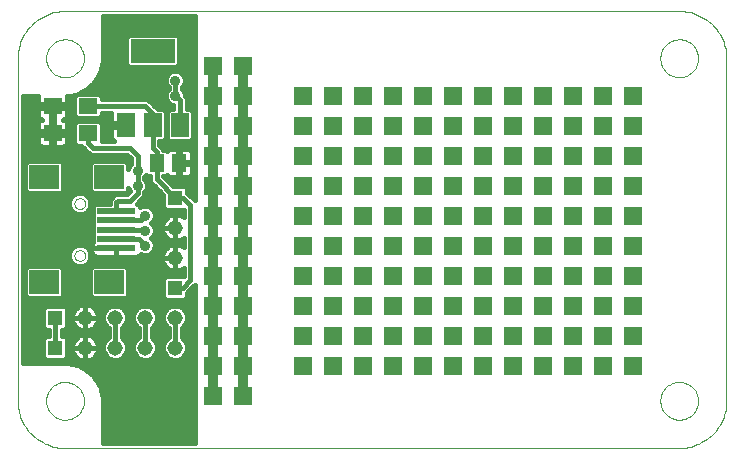
<source format=gtl>
G75*
G70*
%OFA0B0*%
%FSLAX24Y24*%
%IPPOS*%
%LPD*%
%AMOC8*
5,1,8,0,0,1.08239X$1,22.5*
%
%ADD10C,0.0000*%
%ADD11R,0.0984X0.0787*%
%ADD12R,0.1299X0.0197*%
%ADD13R,0.0591X0.0787*%
%ADD14R,0.1496X0.0787*%
%ADD15R,0.0630X0.0551*%
%ADD16R,0.0512X0.0591*%
%ADD17R,0.0515X0.0515*%
%ADD18C,0.0515*%
%ADD19R,0.0591X0.0591*%
%ADD20C,0.0320*%
%ADD21C,0.0160*%
%ADD22C,0.0356*%
D10*
X005969Y003417D02*
X026442Y003417D01*
X026442Y003416D02*
X026519Y003418D01*
X026596Y003424D01*
X026673Y003433D01*
X026749Y003446D01*
X026825Y003463D01*
X026899Y003484D01*
X026973Y003508D01*
X027045Y003536D01*
X027115Y003567D01*
X027184Y003602D01*
X027252Y003640D01*
X027317Y003681D01*
X027380Y003726D01*
X027441Y003774D01*
X027500Y003824D01*
X027556Y003877D01*
X027609Y003933D01*
X027659Y003992D01*
X027707Y004053D01*
X027752Y004116D01*
X027793Y004181D01*
X027831Y004249D01*
X027866Y004318D01*
X027897Y004388D01*
X027925Y004460D01*
X027949Y004534D01*
X027970Y004608D01*
X027987Y004684D01*
X028000Y004760D01*
X028009Y004837D01*
X028015Y004914D01*
X028017Y004991D01*
X028016Y004991D02*
X028016Y016409D01*
X028017Y016409D02*
X028015Y016486D01*
X028009Y016563D01*
X028000Y016640D01*
X027987Y016716D01*
X027970Y016792D01*
X027949Y016866D01*
X027925Y016940D01*
X027897Y017012D01*
X027866Y017082D01*
X027831Y017151D01*
X027793Y017219D01*
X027752Y017284D01*
X027707Y017347D01*
X027659Y017408D01*
X027609Y017467D01*
X027556Y017523D01*
X027500Y017576D01*
X027441Y017626D01*
X027380Y017674D01*
X027317Y017719D01*
X027252Y017760D01*
X027184Y017798D01*
X027115Y017833D01*
X027045Y017864D01*
X026973Y017892D01*
X026899Y017916D01*
X026825Y017937D01*
X026749Y017954D01*
X026673Y017967D01*
X026596Y017976D01*
X026519Y017982D01*
X026442Y017984D01*
X005969Y017984D01*
X005892Y017982D01*
X005815Y017976D01*
X005738Y017967D01*
X005662Y017954D01*
X005586Y017937D01*
X005512Y017916D01*
X005438Y017892D01*
X005366Y017864D01*
X005296Y017833D01*
X005227Y017798D01*
X005159Y017760D01*
X005094Y017719D01*
X005031Y017674D01*
X004970Y017626D01*
X004911Y017576D01*
X004855Y017523D01*
X004802Y017467D01*
X004752Y017408D01*
X004704Y017347D01*
X004659Y017284D01*
X004618Y017219D01*
X004580Y017151D01*
X004545Y017082D01*
X004514Y017012D01*
X004486Y016940D01*
X004462Y016866D01*
X004441Y016792D01*
X004424Y016716D01*
X004411Y016640D01*
X004402Y016563D01*
X004396Y016486D01*
X004394Y016409D01*
X004394Y004991D01*
X004396Y004914D01*
X004402Y004837D01*
X004411Y004760D01*
X004424Y004684D01*
X004441Y004608D01*
X004462Y004534D01*
X004486Y004460D01*
X004514Y004388D01*
X004545Y004318D01*
X004580Y004249D01*
X004618Y004181D01*
X004659Y004116D01*
X004704Y004053D01*
X004752Y003992D01*
X004802Y003933D01*
X004855Y003877D01*
X004911Y003824D01*
X004970Y003774D01*
X005031Y003726D01*
X005094Y003681D01*
X005159Y003640D01*
X005227Y003602D01*
X005296Y003567D01*
X005366Y003536D01*
X005438Y003508D01*
X005512Y003484D01*
X005586Y003463D01*
X005662Y003446D01*
X005738Y003433D01*
X005815Y003424D01*
X005892Y003418D01*
X005969Y003416D01*
X005892Y003418D01*
X005815Y003424D01*
X005738Y003433D01*
X005662Y003446D01*
X005586Y003463D01*
X005512Y003484D01*
X005438Y003508D01*
X005366Y003536D01*
X005296Y003567D01*
X005227Y003602D01*
X005159Y003640D01*
X005094Y003681D01*
X005031Y003726D01*
X004970Y003774D01*
X004911Y003824D01*
X004855Y003877D01*
X004802Y003933D01*
X004752Y003992D01*
X004704Y004053D01*
X004659Y004116D01*
X004618Y004181D01*
X004580Y004249D01*
X004545Y004318D01*
X004514Y004388D01*
X004486Y004460D01*
X004462Y004534D01*
X004441Y004608D01*
X004424Y004684D01*
X004411Y004760D01*
X004402Y004837D01*
X004396Y004914D01*
X004394Y004991D01*
X005339Y004991D02*
X005341Y005041D01*
X005347Y005091D01*
X005357Y005140D01*
X005371Y005188D01*
X005388Y005235D01*
X005409Y005280D01*
X005434Y005324D01*
X005462Y005365D01*
X005494Y005404D01*
X005528Y005441D01*
X005565Y005475D01*
X005605Y005505D01*
X005647Y005532D01*
X005691Y005556D01*
X005737Y005577D01*
X005784Y005593D01*
X005832Y005606D01*
X005882Y005615D01*
X005931Y005620D01*
X005982Y005621D01*
X006032Y005618D01*
X006081Y005611D01*
X006130Y005600D01*
X006178Y005585D01*
X006224Y005567D01*
X006269Y005545D01*
X006312Y005519D01*
X006353Y005490D01*
X006392Y005458D01*
X006428Y005423D01*
X006460Y005385D01*
X006490Y005345D01*
X006517Y005302D01*
X006540Y005258D01*
X006559Y005212D01*
X006575Y005164D01*
X006587Y005115D01*
X006595Y005066D01*
X006599Y005016D01*
X006599Y004966D01*
X006595Y004916D01*
X006587Y004867D01*
X006575Y004818D01*
X006559Y004770D01*
X006540Y004724D01*
X006517Y004680D01*
X006490Y004637D01*
X006460Y004597D01*
X006428Y004559D01*
X006392Y004524D01*
X006353Y004492D01*
X006312Y004463D01*
X006269Y004437D01*
X006224Y004415D01*
X006178Y004397D01*
X006130Y004382D01*
X006081Y004371D01*
X006032Y004364D01*
X005982Y004361D01*
X005931Y004362D01*
X005882Y004367D01*
X005832Y004376D01*
X005784Y004389D01*
X005737Y004405D01*
X005691Y004426D01*
X005647Y004450D01*
X005605Y004477D01*
X005565Y004507D01*
X005528Y004541D01*
X005494Y004578D01*
X005462Y004617D01*
X005434Y004658D01*
X005409Y004702D01*
X005388Y004747D01*
X005371Y004794D01*
X005357Y004842D01*
X005347Y004891D01*
X005341Y004941D01*
X005339Y004991D01*
X006284Y009834D02*
X006286Y009860D01*
X006292Y009886D01*
X006302Y009911D01*
X006315Y009934D01*
X006331Y009954D01*
X006351Y009972D01*
X006373Y009987D01*
X006396Y009999D01*
X006422Y010007D01*
X006448Y010011D01*
X006474Y010011D01*
X006500Y010007D01*
X006526Y009999D01*
X006550Y009987D01*
X006571Y009972D01*
X006591Y009954D01*
X006607Y009934D01*
X006620Y009911D01*
X006630Y009886D01*
X006636Y009860D01*
X006638Y009834D01*
X006636Y009808D01*
X006630Y009782D01*
X006620Y009757D01*
X006607Y009734D01*
X006591Y009714D01*
X006571Y009696D01*
X006549Y009681D01*
X006526Y009669D01*
X006500Y009661D01*
X006474Y009657D01*
X006448Y009657D01*
X006422Y009661D01*
X006396Y009669D01*
X006372Y009681D01*
X006351Y009696D01*
X006331Y009714D01*
X006315Y009734D01*
X006302Y009757D01*
X006292Y009782D01*
X006286Y009808D01*
X006284Y009834D01*
X006284Y011566D02*
X006286Y011592D01*
X006292Y011618D01*
X006302Y011643D01*
X006315Y011666D01*
X006331Y011686D01*
X006351Y011704D01*
X006373Y011719D01*
X006396Y011731D01*
X006422Y011739D01*
X006448Y011743D01*
X006474Y011743D01*
X006500Y011739D01*
X006526Y011731D01*
X006550Y011719D01*
X006571Y011704D01*
X006591Y011686D01*
X006607Y011666D01*
X006620Y011643D01*
X006630Y011618D01*
X006636Y011592D01*
X006638Y011566D01*
X006636Y011540D01*
X006630Y011514D01*
X006620Y011489D01*
X006607Y011466D01*
X006591Y011446D01*
X006571Y011428D01*
X006549Y011413D01*
X006526Y011401D01*
X006500Y011393D01*
X006474Y011389D01*
X006448Y011389D01*
X006422Y011393D01*
X006396Y011401D01*
X006372Y011413D01*
X006351Y011428D01*
X006331Y011446D01*
X006315Y011466D01*
X006302Y011489D01*
X006292Y011514D01*
X006286Y011540D01*
X006284Y011566D01*
X004394Y016409D02*
X004396Y016486D01*
X004402Y016563D01*
X004411Y016640D01*
X004424Y016716D01*
X004441Y016792D01*
X004462Y016866D01*
X004486Y016940D01*
X004514Y017012D01*
X004545Y017082D01*
X004580Y017151D01*
X004618Y017219D01*
X004659Y017284D01*
X004704Y017347D01*
X004752Y017408D01*
X004802Y017467D01*
X004855Y017523D01*
X004911Y017576D01*
X004970Y017626D01*
X005031Y017674D01*
X005094Y017719D01*
X005159Y017760D01*
X005227Y017798D01*
X005296Y017833D01*
X005366Y017864D01*
X005438Y017892D01*
X005512Y017916D01*
X005586Y017937D01*
X005662Y017954D01*
X005738Y017967D01*
X005815Y017976D01*
X005892Y017982D01*
X005969Y017984D01*
X005339Y016409D02*
X005341Y016459D01*
X005347Y016509D01*
X005357Y016558D01*
X005371Y016606D01*
X005388Y016653D01*
X005409Y016698D01*
X005434Y016742D01*
X005462Y016783D01*
X005494Y016822D01*
X005528Y016859D01*
X005565Y016893D01*
X005605Y016923D01*
X005647Y016950D01*
X005691Y016974D01*
X005737Y016995D01*
X005784Y017011D01*
X005832Y017024D01*
X005882Y017033D01*
X005931Y017038D01*
X005982Y017039D01*
X006032Y017036D01*
X006081Y017029D01*
X006130Y017018D01*
X006178Y017003D01*
X006224Y016985D01*
X006269Y016963D01*
X006312Y016937D01*
X006353Y016908D01*
X006392Y016876D01*
X006428Y016841D01*
X006460Y016803D01*
X006490Y016763D01*
X006517Y016720D01*
X006540Y016676D01*
X006559Y016630D01*
X006575Y016582D01*
X006587Y016533D01*
X006595Y016484D01*
X006599Y016434D01*
X006599Y016384D01*
X006595Y016334D01*
X006587Y016285D01*
X006575Y016236D01*
X006559Y016188D01*
X006540Y016142D01*
X006517Y016098D01*
X006490Y016055D01*
X006460Y016015D01*
X006428Y015977D01*
X006392Y015942D01*
X006353Y015910D01*
X006312Y015881D01*
X006269Y015855D01*
X006224Y015833D01*
X006178Y015815D01*
X006130Y015800D01*
X006081Y015789D01*
X006032Y015782D01*
X005982Y015779D01*
X005931Y015780D01*
X005882Y015785D01*
X005832Y015794D01*
X005784Y015807D01*
X005737Y015823D01*
X005691Y015844D01*
X005647Y015868D01*
X005605Y015895D01*
X005565Y015925D01*
X005528Y015959D01*
X005494Y015996D01*
X005462Y016035D01*
X005434Y016076D01*
X005409Y016120D01*
X005388Y016165D01*
X005371Y016212D01*
X005357Y016260D01*
X005347Y016309D01*
X005341Y016359D01*
X005339Y016409D01*
X026442Y017984D02*
X026519Y017982D01*
X026596Y017976D01*
X026673Y017967D01*
X026749Y017954D01*
X026825Y017937D01*
X026899Y017916D01*
X026973Y017892D01*
X027045Y017864D01*
X027115Y017833D01*
X027184Y017798D01*
X027252Y017760D01*
X027317Y017719D01*
X027380Y017674D01*
X027441Y017626D01*
X027500Y017576D01*
X027556Y017523D01*
X027609Y017467D01*
X027659Y017408D01*
X027707Y017347D01*
X027752Y017284D01*
X027793Y017219D01*
X027831Y017151D01*
X027866Y017082D01*
X027897Y017012D01*
X027925Y016940D01*
X027949Y016866D01*
X027970Y016792D01*
X027987Y016716D01*
X028000Y016640D01*
X028009Y016563D01*
X028015Y016486D01*
X028017Y016409D01*
X025812Y016409D02*
X025814Y016459D01*
X025820Y016509D01*
X025830Y016558D01*
X025844Y016606D01*
X025861Y016653D01*
X025882Y016698D01*
X025907Y016742D01*
X025935Y016783D01*
X025967Y016822D01*
X026001Y016859D01*
X026038Y016893D01*
X026078Y016923D01*
X026120Y016950D01*
X026164Y016974D01*
X026210Y016995D01*
X026257Y017011D01*
X026305Y017024D01*
X026355Y017033D01*
X026404Y017038D01*
X026455Y017039D01*
X026505Y017036D01*
X026554Y017029D01*
X026603Y017018D01*
X026651Y017003D01*
X026697Y016985D01*
X026742Y016963D01*
X026785Y016937D01*
X026826Y016908D01*
X026865Y016876D01*
X026901Y016841D01*
X026933Y016803D01*
X026963Y016763D01*
X026990Y016720D01*
X027013Y016676D01*
X027032Y016630D01*
X027048Y016582D01*
X027060Y016533D01*
X027068Y016484D01*
X027072Y016434D01*
X027072Y016384D01*
X027068Y016334D01*
X027060Y016285D01*
X027048Y016236D01*
X027032Y016188D01*
X027013Y016142D01*
X026990Y016098D01*
X026963Y016055D01*
X026933Y016015D01*
X026901Y015977D01*
X026865Y015942D01*
X026826Y015910D01*
X026785Y015881D01*
X026742Y015855D01*
X026697Y015833D01*
X026651Y015815D01*
X026603Y015800D01*
X026554Y015789D01*
X026505Y015782D01*
X026455Y015779D01*
X026404Y015780D01*
X026355Y015785D01*
X026305Y015794D01*
X026257Y015807D01*
X026210Y015823D01*
X026164Y015844D01*
X026120Y015868D01*
X026078Y015895D01*
X026038Y015925D01*
X026001Y015959D01*
X025967Y015996D01*
X025935Y016035D01*
X025907Y016076D01*
X025882Y016120D01*
X025861Y016165D01*
X025844Y016212D01*
X025830Y016260D01*
X025820Y016309D01*
X025814Y016359D01*
X025812Y016409D01*
X028017Y004991D02*
X028015Y004914D01*
X028009Y004837D01*
X028000Y004760D01*
X027987Y004684D01*
X027970Y004608D01*
X027949Y004534D01*
X027925Y004460D01*
X027897Y004388D01*
X027866Y004318D01*
X027831Y004249D01*
X027793Y004181D01*
X027752Y004116D01*
X027707Y004053D01*
X027659Y003992D01*
X027609Y003933D01*
X027556Y003877D01*
X027500Y003824D01*
X027441Y003774D01*
X027380Y003726D01*
X027317Y003681D01*
X027252Y003640D01*
X027184Y003602D01*
X027115Y003567D01*
X027045Y003536D01*
X026973Y003508D01*
X026899Y003484D01*
X026825Y003463D01*
X026749Y003446D01*
X026673Y003433D01*
X026596Y003424D01*
X026519Y003418D01*
X026442Y003416D01*
X025812Y004991D02*
X025814Y005041D01*
X025820Y005091D01*
X025830Y005140D01*
X025844Y005188D01*
X025861Y005235D01*
X025882Y005280D01*
X025907Y005324D01*
X025935Y005365D01*
X025967Y005404D01*
X026001Y005441D01*
X026038Y005475D01*
X026078Y005505D01*
X026120Y005532D01*
X026164Y005556D01*
X026210Y005577D01*
X026257Y005593D01*
X026305Y005606D01*
X026355Y005615D01*
X026404Y005620D01*
X026455Y005621D01*
X026505Y005618D01*
X026554Y005611D01*
X026603Y005600D01*
X026651Y005585D01*
X026697Y005567D01*
X026742Y005545D01*
X026785Y005519D01*
X026826Y005490D01*
X026865Y005458D01*
X026901Y005423D01*
X026933Y005385D01*
X026963Y005345D01*
X026990Y005302D01*
X027013Y005258D01*
X027032Y005212D01*
X027048Y005164D01*
X027060Y005115D01*
X027068Y005066D01*
X027072Y005016D01*
X027072Y004966D01*
X027068Y004916D01*
X027060Y004867D01*
X027048Y004818D01*
X027032Y004770D01*
X027013Y004724D01*
X026990Y004680D01*
X026963Y004637D01*
X026933Y004597D01*
X026901Y004559D01*
X026865Y004524D01*
X026826Y004492D01*
X026785Y004463D01*
X026742Y004437D01*
X026697Y004415D01*
X026651Y004397D01*
X026603Y004382D01*
X026554Y004371D01*
X026505Y004364D01*
X026455Y004361D01*
X026404Y004362D01*
X026355Y004367D01*
X026305Y004376D01*
X026257Y004389D01*
X026210Y004405D01*
X026164Y004426D01*
X026120Y004450D01*
X026078Y004477D01*
X026038Y004507D01*
X026001Y004541D01*
X025967Y004578D01*
X025935Y004617D01*
X025907Y004658D01*
X025882Y004702D01*
X025861Y004747D01*
X025844Y004794D01*
X025830Y004842D01*
X025820Y004891D01*
X025814Y004941D01*
X025812Y004991D01*
D11*
X007446Y008948D03*
X005280Y008948D03*
X005280Y012452D03*
X007446Y012452D03*
D12*
X007682Y011330D03*
X007682Y011015D03*
X007682Y010700D03*
X007682Y010385D03*
X007682Y010070D03*
D13*
X007989Y014177D03*
X008894Y014177D03*
X009800Y014177D03*
D14*
X008894Y016657D03*
D15*
X006735Y014818D03*
X005554Y014818D03*
X005554Y013917D03*
X006735Y013917D03*
D16*
X009020Y012917D03*
X009768Y012917D03*
D17*
X009644Y011765D03*
X009644Y008765D03*
X005644Y007765D03*
X005644Y006765D03*
D18*
X006644Y006765D03*
X007644Y006765D03*
X008644Y006765D03*
X009644Y006765D03*
X009644Y007765D03*
X008644Y007765D03*
X007644Y007765D03*
X006644Y007765D03*
X009644Y009765D03*
X009644Y010765D03*
D19*
X010894Y011167D03*
X011894Y011167D03*
X011894Y012167D03*
X010894Y012167D03*
X010894Y013167D03*
X011894Y013167D03*
X011894Y014167D03*
X010894Y014167D03*
X010894Y015167D03*
X011894Y015167D03*
X011894Y016167D03*
X010894Y016167D03*
X013894Y015167D03*
X014894Y015167D03*
X015894Y015167D03*
X016894Y015167D03*
X017894Y015167D03*
X018894Y015167D03*
X019894Y015167D03*
X020894Y015167D03*
X021894Y015167D03*
X022894Y015167D03*
X023894Y015167D03*
X024894Y015167D03*
X024894Y014167D03*
X023894Y014167D03*
X022894Y014167D03*
X021894Y014167D03*
X020894Y014167D03*
X019894Y014167D03*
X018894Y014167D03*
X017894Y014167D03*
X016894Y014167D03*
X015894Y014167D03*
X014894Y014167D03*
X013894Y014167D03*
X013894Y013167D03*
X014894Y013167D03*
X015894Y013167D03*
X016894Y013167D03*
X017894Y013167D03*
X018894Y013167D03*
X019894Y013167D03*
X020894Y013167D03*
X021894Y013167D03*
X022894Y013167D03*
X023894Y013167D03*
X024894Y013167D03*
X024894Y012167D03*
X023894Y012167D03*
X022894Y012167D03*
X021894Y012167D03*
X020894Y012167D03*
X019894Y012167D03*
X018894Y012167D03*
X017894Y012167D03*
X016894Y012167D03*
X015894Y012167D03*
X014894Y012167D03*
X013894Y012167D03*
X013894Y011167D03*
X014894Y011167D03*
X015894Y011167D03*
X016894Y011167D03*
X017894Y011167D03*
X018894Y011167D03*
X019894Y011167D03*
X020894Y011167D03*
X021894Y011167D03*
X022894Y011167D03*
X023894Y011167D03*
X024894Y011167D03*
X024894Y010167D03*
X023894Y010167D03*
X022894Y010167D03*
X021894Y010167D03*
X020894Y010167D03*
X019894Y010167D03*
X018894Y010167D03*
X017894Y010167D03*
X016894Y010167D03*
X015894Y010167D03*
X014894Y010167D03*
X013894Y010167D03*
X013894Y009167D03*
X014894Y009167D03*
X015894Y009167D03*
X016894Y009167D03*
X017894Y009167D03*
X018894Y009167D03*
X019894Y009167D03*
X020894Y009167D03*
X021894Y009167D03*
X022894Y009167D03*
X023894Y009167D03*
X024894Y009167D03*
X024894Y008167D03*
X023894Y008167D03*
X022894Y008167D03*
X021894Y008167D03*
X020894Y008167D03*
X019894Y008167D03*
X018894Y008167D03*
X017894Y008167D03*
X016894Y008167D03*
X015894Y008167D03*
X014894Y008167D03*
X013894Y008167D03*
X013894Y007167D03*
X014894Y007167D03*
X015894Y007167D03*
X016894Y007167D03*
X017894Y007167D03*
X018894Y007167D03*
X019894Y007167D03*
X020894Y007167D03*
X021894Y007167D03*
X022894Y007167D03*
X023894Y007167D03*
X024894Y007167D03*
X024894Y006167D03*
X023894Y006167D03*
X022894Y006167D03*
X021894Y006167D03*
X020894Y006167D03*
X019894Y006167D03*
X018894Y006167D03*
X017894Y006167D03*
X016894Y006167D03*
X015894Y006167D03*
X014894Y006167D03*
X013894Y006167D03*
X011894Y006167D03*
X010894Y006167D03*
X010894Y007167D03*
X011894Y007167D03*
X011894Y008167D03*
X010894Y008167D03*
X010894Y009167D03*
X011894Y009167D03*
X011894Y010167D03*
X010894Y010167D03*
X010894Y005167D03*
X011894Y005167D03*
D20*
X011894Y016167D01*
X010894Y016167D02*
X010894Y005167D01*
D21*
X010300Y005161D02*
X007220Y005161D01*
X007218Y005171D02*
X007216Y005198D01*
X007211Y005203D01*
X007186Y005315D01*
X007189Y005321D01*
X007179Y005347D01*
X007174Y005374D01*
X007168Y005377D01*
X007128Y005485D01*
X007130Y005491D01*
X007116Y005515D01*
X007107Y005541D01*
X007101Y005544D01*
X007046Y005645D01*
X007047Y005651D01*
X007030Y005673D01*
X007017Y005697D01*
X007011Y005699D01*
X006942Y005792D01*
X006942Y005798D01*
X006922Y005817D01*
X006906Y005839D01*
X006899Y005840D01*
X006818Y005922D01*
X006817Y005928D01*
X006795Y005945D01*
X006776Y005964D01*
X006769Y005964D01*
X006677Y006033D01*
X006675Y006039D01*
X006651Y006053D01*
X006629Y006069D01*
X006623Y006068D01*
X006521Y006123D01*
X006519Y006129D01*
X006493Y006139D01*
X006469Y006152D01*
X006463Y006150D01*
X006355Y006190D01*
X006351Y006196D01*
X006324Y006202D01*
X006299Y006211D01*
X006293Y006209D01*
X006180Y006233D01*
X006176Y006238D01*
X006149Y006240D01*
X006122Y006246D01*
X006116Y006242D01*
X006005Y006250D01*
X006002Y006253D01*
X005972Y006253D01*
X005942Y006255D01*
X005939Y006253D01*
X004574Y006253D01*
X004574Y015148D01*
X005067Y015148D01*
X005059Y015118D01*
X005059Y014876D01*
X005496Y014876D01*
X005496Y014760D01*
X005612Y014760D01*
X005612Y014876D01*
X006049Y014876D01*
X006049Y015118D01*
X006039Y015153D01*
X006116Y015158D01*
X006122Y015155D01*
X006148Y015160D01*
X006176Y015162D01*
X006180Y015167D01*
X006293Y015192D01*
X006299Y015189D01*
X006324Y015199D01*
X006327Y015199D01*
X006280Y015152D01*
X006280Y014485D01*
X006362Y014403D01*
X007108Y014403D01*
X007190Y014485D01*
X007190Y014598D01*
X007515Y014598D01*
X007514Y014594D01*
X007514Y014244D01*
X007921Y014244D01*
X007921Y014109D01*
X007514Y014109D01*
X007514Y013759D01*
X007526Y013713D01*
X007549Y013672D01*
X007583Y013639D01*
X007587Y013637D01*
X007190Y013637D01*
X007190Y014250D01*
X007108Y014332D01*
X006362Y014332D01*
X006280Y014250D01*
X006280Y013583D01*
X006362Y013501D01*
X006515Y013501D01*
X006515Y013485D01*
X006674Y013326D01*
X006803Y013197D01*
X008053Y013197D01*
X008174Y013076D01*
X008174Y012896D01*
X008125Y012847D01*
X008078Y012733D01*
X008078Y012904D01*
X007996Y012986D01*
X006895Y012986D01*
X006813Y012904D01*
X006813Y012000D01*
X006895Y011918D01*
X007996Y011918D01*
X008078Y012000D01*
X008078Y012100D01*
X008125Y011986D01*
X008139Y011972D01*
X008053Y011887D01*
X007834Y011887D01*
X007652Y011887D01*
X007462Y011697D01*
X007462Y011568D01*
X006974Y011568D01*
X006892Y011486D01*
X006892Y011174D01*
X006893Y011173D01*
X006892Y011172D01*
X006892Y010859D01*
X006893Y010858D01*
X006892Y010857D01*
X006892Y010544D01*
X006893Y010543D01*
X006892Y010542D01*
X006892Y010283D01*
X006888Y010279D01*
X006864Y010238D01*
X006852Y010192D01*
X006852Y010070D01*
X006852Y009948D01*
X006864Y009902D01*
X006888Y009861D01*
X006922Y009828D01*
X006963Y009804D01*
X007008Y009792D01*
X007681Y009792D01*
X007681Y010070D01*
X006852Y010070D01*
X007681Y010070D01*
X007681Y010070D01*
X007682Y010070D01*
X007682Y009792D01*
X008355Y009792D01*
X008401Y009804D01*
X008442Y009828D01*
X008475Y009861D01*
X008490Y009886D01*
X008581Y009849D01*
X008708Y009849D01*
X008824Y009897D01*
X008914Y009986D01*
X008962Y010103D01*
X008962Y010230D01*
X008914Y010347D01*
X008844Y010417D01*
X008914Y010486D01*
X008962Y010603D01*
X008962Y010730D01*
X008914Y010847D01*
X008844Y010917D01*
X008914Y010986D01*
X008962Y011103D01*
X008962Y011230D01*
X008914Y011347D01*
X008824Y011436D01*
X008708Y011485D01*
X008581Y011485D01*
X008471Y011439D01*
X008471Y011486D01*
X008389Y011568D01*
X008357Y011568D01*
X008485Y011697D01*
X008485Y011697D01*
X008614Y011826D01*
X008614Y011937D01*
X008664Y011986D01*
X008712Y012103D01*
X008712Y012230D01*
X008664Y012347D01*
X008614Y012396D01*
X008614Y012437D01*
X008664Y012486D01*
X008675Y012513D01*
X008706Y012481D01*
X008800Y012481D01*
X008800Y012480D01*
X008800Y012298D01*
X009247Y011851D01*
X009247Y011450D01*
X009329Y011368D01*
X009924Y011368D01*
X009924Y011102D01*
X009874Y011139D01*
X009812Y011171D01*
X009747Y011192D01*
X009679Y011203D01*
X009644Y011203D01*
X009610Y011203D01*
X009542Y011192D01*
X009476Y011171D01*
X009415Y011139D01*
X009359Y011099D01*
X009311Y011050D01*
X009270Y010994D01*
X009239Y010933D01*
X009218Y010868D01*
X008893Y010868D01*
X008931Y011027D02*
X009294Y011027D01*
X009218Y010868D02*
X009207Y010800D01*
X009207Y010765D01*
X009207Y010731D01*
X009218Y010663D01*
X009239Y010597D01*
X009270Y010536D01*
X009311Y010480D01*
X009359Y010431D01*
X009415Y010391D01*
X009476Y010360D01*
X009542Y010338D01*
X009610Y010328D01*
X009644Y010328D01*
X009644Y010765D01*
X009207Y010765D01*
X009644Y010765D01*
X009644Y010765D01*
X009644Y010765D01*
X009644Y010766D02*
X009644Y011203D01*
X009644Y010766D01*
X009644Y010766D01*
X009644Y010765D02*
X009644Y010328D01*
X009679Y010328D01*
X009747Y010338D01*
X009812Y010360D01*
X009874Y010391D01*
X009924Y010428D01*
X009924Y010102D01*
X009874Y010139D01*
X009812Y010171D01*
X009747Y010192D01*
X009679Y010203D01*
X009644Y010203D01*
X009610Y010203D01*
X009542Y010192D01*
X009476Y010171D01*
X009415Y010139D01*
X009359Y010099D01*
X009311Y010050D01*
X009270Y009994D01*
X009239Y009933D01*
X009218Y009868D01*
X009207Y009800D01*
X009207Y009765D01*
X009207Y009731D01*
X009218Y009663D01*
X009239Y009597D01*
X009270Y009536D01*
X009311Y009480D01*
X009359Y009431D01*
X009415Y009391D01*
X009476Y009360D01*
X009542Y009338D01*
X009610Y009328D01*
X009644Y009328D01*
X009644Y009765D01*
X009207Y009765D01*
X009644Y009765D01*
X009644Y009765D01*
X009644Y009765D01*
X009644Y009766D02*
X009644Y010203D01*
X009644Y009766D01*
X009644Y009766D01*
X009644Y009765D02*
X009644Y009328D01*
X009679Y009328D01*
X009747Y009338D01*
X009812Y009360D01*
X009874Y009391D01*
X009924Y009428D01*
X009924Y009163D01*
X009329Y009163D01*
X009247Y009081D01*
X009247Y008450D01*
X009329Y008368D01*
X009960Y008368D01*
X010042Y008450D01*
X010042Y008601D01*
X010114Y008674D01*
X010300Y008860D01*
X010300Y003597D01*
X007230Y003597D01*
X007230Y004962D01*
X007232Y004964D01*
X007230Y004994D01*
X007230Y005025D01*
X007228Y005027D01*
X007220Y005139D01*
X007223Y005144D01*
X007218Y005171D01*
X007188Y005319D02*
X010300Y005319D01*
X010300Y005478D02*
X007130Y005478D01*
X007050Y005636D02*
X010300Y005636D01*
X010300Y005795D02*
X006942Y005795D01*
X006786Y005953D02*
X010300Y005953D01*
X010300Y006112D02*
X006542Y006112D01*
X006610Y006328D02*
X006644Y006328D01*
X006644Y006765D01*
X006207Y006765D01*
X006207Y006731D01*
X006218Y006663D01*
X006239Y006597D01*
X006270Y006536D01*
X006311Y006480D01*
X006359Y006431D01*
X006415Y006391D01*
X006476Y006360D01*
X006542Y006338D01*
X006610Y006328D01*
X006644Y006328D02*
X006679Y006328D01*
X006747Y006338D01*
X006812Y006360D01*
X006874Y006391D01*
X006929Y006431D01*
X006978Y006480D01*
X007018Y006536D01*
X007050Y006597D01*
X007071Y006663D01*
X007082Y006731D01*
X007082Y006765D01*
X006645Y006765D01*
X006645Y006765D01*
X007082Y006765D01*
X007082Y006800D01*
X007071Y006868D01*
X007050Y006933D01*
X007018Y006994D01*
X006978Y007050D01*
X006929Y007099D01*
X006874Y007139D01*
X006812Y007171D01*
X006747Y007192D01*
X006679Y007203D01*
X006644Y007203D01*
X006610Y007203D01*
X006542Y007192D01*
X006476Y007171D01*
X006415Y007139D01*
X006359Y007099D01*
X006311Y007050D01*
X006270Y006994D01*
X006239Y006933D01*
X006218Y006868D01*
X006207Y006800D01*
X006207Y006765D01*
X006644Y006765D01*
X006644Y006765D01*
X006644Y006765D01*
X006644Y007765D01*
X006207Y007765D01*
X006207Y007731D01*
X006218Y007663D01*
X006239Y007597D01*
X006270Y007536D01*
X006311Y007480D01*
X006359Y007431D01*
X006415Y007391D01*
X006476Y007360D01*
X006542Y007338D01*
X006610Y007328D01*
X006644Y007328D01*
X006644Y007765D01*
X006644Y007765D01*
X006207Y007765D01*
X006207Y007800D01*
X006218Y007868D01*
X006239Y007933D01*
X006270Y007994D01*
X006311Y008050D01*
X006359Y008099D01*
X006415Y008139D01*
X006476Y008171D01*
X006542Y008192D01*
X006610Y008203D01*
X006644Y008203D01*
X006644Y007766D01*
X006644Y007766D01*
X006644Y008203D01*
X006679Y008203D01*
X006747Y008192D01*
X006812Y008171D01*
X006874Y008139D01*
X006929Y008099D01*
X006978Y008050D01*
X007018Y007994D01*
X007050Y007933D01*
X007071Y007868D01*
X007082Y007800D01*
X007082Y007765D01*
X006645Y007765D01*
X006645Y007765D01*
X007082Y007765D01*
X007082Y007731D01*
X007071Y007663D01*
X007050Y007597D01*
X007018Y007536D01*
X006978Y007480D01*
X006929Y007431D01*
X006874Y007391D01*
X006812Y007360D01*
X006747Y007338D01*
X006679Y007328D01*
X006644Y007328D01*
X006644Y007765D01*
X006644Y007765D01*
X006644Y007697D02*
X006644Y007697D01*
X006644Y007539D02*
X006644Y007539D01*
X006644Y007380D02*
X006644Y007380D01*
X006644Y007203D02*
X006644Y006766D01*
X006644Y006766D01*
X006644Y007203D01*
X006644Y007063D02*
X006644Y007063D01*
X006644Y006905D02*
X006644Y006905D01*
X006644Y006765D02*
X006644Y006328D01*
X006644Y006429D02*
X006644Y006429D01*
X006644Y006588D02*
X006644Y006588D01*
X006644Y006746D02*
X006644Y006746D01*
X006244Y006588D02*
X006042Y006588D01*
X006042Y006450D02*
X005960Y006368D01*
X005329Y006368D01*
X005247Y006450D01*
X005247Y007081D01*
X005329Y007163D01*
X005424Y007163D01*
X005424Y007368D01*
X005329Y007368D01*
X005247Y007450D01*
X005247Y008081D01*
X005329Y008163D01*
X005960Y008163D01*
X006042Y008081D01*
X006042Y007450D01*
X005960Y007368D01*
X005864Y007368D01*
X005864Y007163D01*
X005960Y007163D01*
X006042Y007081D01*
X006042Y006450D01*
X006021Y006429D02*
X006363Y006429D01*
X006926Y006429D02*
X007418Y006429D01*
X007419Y006428D02*
X007565Y006368D01*
X007723Y006368D01*
X007869Y006428D01*
X007981Y006540D01*
X008042Y006686D01*
X008042Y006844D01*
X007981Y006990D01*
X007869Y007102D01*
X007864Y007104D01*
X007864Y007426D01*
X007869Y007428D01*
X007981Y007540D01*
X008042Y007686D01*
X008042Y007844D01*
X007981Y007990D01*
X007869Y008102D01*
X007723Y008163D01*
X007565Y008163D01*
X007419Y008102D01*
X007307Y007990D01*
X007247Y007844D01*
X007247Y007686D01*
X007307Y007540D01*
X007419Y007428D01*
X007424Y007426D01*
X007424Y007104D01*
X007419Y007102D01*
X007307Y006990D01*
X007247Y006844D01*
X007247Y006686D01*
X007307Y006540D01*
X007419Y006428D01*
X007288Y006588D02*
X007045Y006588D01*
X007082Y006746D02*
X007247Y006746D01*
X007272Y006905D02*
X007059Y006905D01*
X006965Y007063D02*
X007380Y007063D01*
X007424Y007222D02*
X005864Y007222D01*
X005972Y007380D02*
X006436Y007380D01*
X006269Y007539D02*
X006042Y007539D01*
X006042Y007697D02*
X006212Y007697D01*
X006216Y007856D02*
X006042Y007856D01*
X006042Y008014D02*
X006285Y008014D01*
X006484Y008173D02*
X004574Y008173D01*
X004574Y008014D02*
X005247Y008014D01*
X005247Y007856D02*
X004574Y007856D01*
X004574Y007697D02*
X005247Y007697D01*
X005247Y007539D02*
X004574Y007539D01*
X004574Y007380D02*
X005316Y007380D01*
X005424Y007222D02*
X004574Y007222D01*
X004574Y007063D02*
X005247Y007063D01*
X005247Y006905D02*
X004574Y006905D01*
X004574Y006746D02*
X005247Y006746D01*
X005247Y006588D02*
X004574Y006588D01*
X004574Y006429D02*
X005267Y006429D01*
X005644Y006765D02*
X005644Y007765D01*
X005830Y008414D02*
X004730Y008414D01*
X004648Y008496D01*
X004648Y009400D01*
X004730Y009482D01*
X005830Y009482D01*
X005912Y009400D01*
X005912Y008496D01*
X005830Y008414D01*
X005906Y008490D02*
X006820Y008490D01*
X006813Y008496D02*
X006895Y008414D01*
X007996Y008414D01*
X008078Y008496D01*
X008078Y009400D01*
X007996Y009482D01*
X006895Y009482D01*
X006813Y009400D01*
X006813Y008496D01*
X006813Y008649D02*
X005912Y008649D01*
X005912Y008807D02*
X006813Y008807D01*
X006813Y008966D02*
X005912Y008966D01*
X005912Y009124D02*
X006813Y009124D01*
X006813Y009283D02*
X005912Y009283D01*
X005871Y009441D02*
X006855Y009441D01*
X006732Y009600D02*
X009238Y009600D01*
X009207Y009758D02*
X006816Y009758D01*
X006818Y009763D02*
X006764Y009632D01*
X006664Y009531D01*
X006532Y009477D01*
X006390Y009477D01*
X006259Y009531D01*
X006158Y009632D01*
X006104Y009763D01*
X006104Y009905D01*
X006158Y010036D01*
X006259Y010137D01*
X006390Y010191D01*
X006532Y010191D01*
X006664Y010137D01*
X006764Y010036D01*
X006818Y009905D01*
X006818Y009763D01*
X006813Y009917D02*
X006860Y009917D01*
X006852Y010076D02*
X006725Y010076D01*
X006863Y010234D02*
X004574Y010234D01*
X004574Y010076D02*
X006198Y010076D01*
X006109Y009917D02*
X004574Y009917D01*
X004574Y009758D02*
X006106Y009758D01*
X006190Y009600D02*
X004574Y009600D01*
X004574Y009441D02*
X004689Y009441D01*
X004648Y009283D02*
X004574Y009283D01*
X004574Y009124D02*
X004648Y009124D01*
X004648Y008966D02*
X004574Y008966D01*
X004574Y008807D02*
X004648Y008807D01*
X004648Y008649D02*
X004574Y008649D01*
X004574Y008490D02*
X004654Y008490D01*
X004574Y008332D02*
X010300Y008332D01*
X010300Y008490D02*
X010042Y008490D01*
X010089Y008649D02*
X010300Y008649D01*
X010300Y008807D02*
X010247Y008807D01*
X010144Y009015D02*
X009894Y008765D01*
X009644Y008765D01*
X009247Y008807D02*
X008078Y008807D01*
X008078Y008649D02*
X009247Y008649D01*
X009247Y008490D02*
X008071Y008490D01*
X008078Y008966D02*
X009247Y008966D01*
X009291Y009124D02*
X008078Y009124D01*
X008078Y009283D02*
X009924Y009283D01*
X009644Y009441D02*
X009644Y009441D01*
X009644Y009600D02*
X009644Y009600D01*
X009644Y009758D02*
X009644Y009758D01*
X009644Y009917D02*
X009644Y009917D01*
X009644Y010076D02*
X009644Y010076D01*
X009336Y010076D02*
X008951Y010076D01*
X008961Y010234D02*
X009924Y010234D01*
X009924Y010393D02*
X009876Y010393D01*
X009644Y010393D02*
X009644Y010393D01*
X009644Y010551D02*
X009644Y010551D01*
X009644Y010710D02*
X009644Y010710D01*
X009644Y010868D02*
X009644Y010868D01*
X009644Y011027D02*
X009644Y011027D01*
X009644Y011185D02*
X009644Y011185D01*
X009522Y011185D02*
X008962Y011185D01*
X008915Y011344D02*
X009924Y011344D01*
X009924Y011185D02*
X009767Y011185D01*
X009247Y011502D02*
X008455Y011502D01*
X008450Y011661D02*
X009247Y011661D01*
X009247Y011819D02*
X008608Y011819D01*
X008655Y011978D02*
X009120Y011978D01*
X008962Y012137D02*
X008712Y012137D01*
X008685Y012295D02*
X008803Y012295D01*
X008800Y012454D02*
X008631Y012454D01*
X008394Y012667D02*
X008394Y012167D01*
X008394Y011917D01*
X008144Y011667D01*
X007743Y011667D01*
X007682Y011606D01*
X007682Y011330D01*
X007462Y011661D02*
X006809Y011661D01*
X006818Y011637D02*
X006764Y011769D01*
X006664Y011869D01*
X006532Y011923D01*
X006390Y011923D01*
X006259Y011869D01*
X006158Y011769D01*
X006104Y011637D01*
X006104Y011495D01*
X006158Y011364D01*
X006259Y011264D01*
X006390Y011209D01*
X006532Y011209D01*
X006664Y011264D01*
X006764Y011364D01*
X006818Y011495D01*
X006818Y011637D01*
X006818Y011502D02*
X006908Y011502D01*
X006892Y011344D02*
X006744Y011344D01*
X006892Y011185D02*
X004574Y011185D01*
X004574Y011027D02*
X006892Y011027D01*
X006892Y010868D02*
X004574Y010868D01*
X004574Y010710D02*
X006892Y010710D01*
X006892Y010551D02*
X004574Y010551D01*
X004574Y010393D02*
X006892Y010393D01*
X007682Y010385D02*
X008426Y010385D01*
X008644Y010167D01*
X008868Y010393D02*
X009413Y010393D01*
X009262Y010551D02*
X008941Y010551D01*
X008962Y010710D02*
X009210Y010710D01*
X008644Y010667D02*
X008611Y010700D01*
X007682Y010700D01*
X007682Y011015D02*
X008493Y011015D01*
X008644Y011167D01*
X009644Y011765D02*
X009894Y011765D01*
X010144Y011515D01*
X010144Y009015D01*
X009349Y009441D02*
X008036Y009441D01*
X007681Y009917D02*
X007682Y009917D01*
X008844Y009917D02*
X009234Y009917D01*
X010300Y011671D02*
X010235Y011735D01*
X010042Y011929D01*
X010042Y012081D01*
X009960Y012163D01*
X009558Y012163D01*
X009240Y012480D01*
X009240Y012481D01*
X009334Y012481D01*
X009367Y012514D01*
X009368Y012511D01*
X009402Y012477D01*
X009443Y012454D01*
X009489Y012441D01*
X009720Y012441D01*
X009720Y012868D01*
X009816Y012868D01*
X009816Y012441D01*
X010048Y012441D01*
X010094Y012454D01*
X010135Y012477D01*
X010168Y012511D01*
X010192Y012552D01*
X010204Y012598D01*
X010204Y012869D01*
X009817Y012869D01*
X009817Y012965D01*
X010204Y012965D01*
X010204Y013236D01*
X010192Y013281D01*
X010168Y013322D01*
X010135Y013356D01*
X010094Y013380D01*
X010048Y013392D01*
X009816Y013392D01*
X009816Y012965D01*
X009720Y012965D01*
X009720Y013392D01*
X009489Y013392D01*
X009443Y013380D01*
X009402Y013356D01*
X009368Y013322D01*
X009367Y013319D01*
X009334Y013352D01*
X009240Y013352D01*
X009240Y013382D01*
X009114Y013508D01*
X009114Y013643D01*
X009248Y013643D01*
X009330Y013725D01*
X009330Y014628D01*
X009248Y014710D01*
X009063Y014710D01*
X008864Y014909D01*
X008735Y015038D01*
X007190Y015038D01*
X007190Y015152D01*
X007108Y015234D01*
X006419Y015234D01*
X006463Y015250D01*
X006469Y015248D01*
X006493Y015262D01*
X006519Y015271D01*
X006521Y015277D01*
X006623Y015332D01*
X006629Y015331D01*
X006651Y015348D01*
X006675Y015361D01*
X006677Y015367D01*
X006769Y015436D01*
X006776Y015436D01*
X006795Y015455D01*
X006817Y015472D01*
X006818Y015479D01*
X006899Y015560D01*
X006906Y015561D01*
X006922Y015583D01*
X006942Y015602D01*
X006942Y015609D01*
X007011Y015701D01*
X007017Y015703D01*
X007030Y015727D01*
X007047Y015749D01*
X007046Y015755D01*
X007101Y015856D01*
X007107Y015859D01*
X007116Y015885D01*
X007130Y015909D01*
X007128Y015915D01*
X007168Y016023D01*
X007174Y016027D01*
X007179Y016053D01*
X007189Y016079D01*
X007186Y016085D01*
X007211Y016198D01*
X007216Y016202D01*
X007218Y016229D01*
X007223Y016256D01*
X007220Y016262D01*
X007228Y016373D01*
X007230Y016376D01*
X007230Y016406D01*
X007232Y016436D01*
X007230Y016439D01*
X007230Y017804D01*
X010300Y017804D01*
X010300Y011671D01*
X010300Y011819D02*
X010151Y011819D01*
X010042Y011978D02*
X010300Y011978D01*
X010300Y012137D02*
X009986Y012137D01*
X010094Y012454D02*
X010300Y012454D01*
X010300Y012612D02*
X010204Y012612D01*
X010204Y012771D02*
X010300Y012771D01*
X010300Y012929D02*
X009817Y012929D01*
X009816Y012771D02*
X009720Y012771D01*
X009720Y012612D02*
X009816Y012612D01*
X009816Y012454D02*
X009720Y012454D01*
X009443Y012454D02*
X009267Y012454D01*
X009425Y012295D02*
X010300Y012295D01*
X009644Y011765D02*
X009020Y012389D01*
X009020Y012917D01*
X009020Y013291D01*
X008894Y013417D01*
X008894Y014177D01*
X008894Y014568D01*
X008644Y014818D01*
X006735Y014818D01*
X006280Y014832D02*
X005612Y014832D01*
X005612Y014760D02*
X006049Y014760D01*
X006049Y014519D01*
X006036Y014473D01*
X006013Y014432D01*
X005979Y014399D01*
X005938Y014375D01*
X005910Y014367D01*
X005938Y014360D01*
X005979Y014336D01*
X006013Y014303D01*
X006036Y014262D01*
X006049Y014216D01*
X006049Y013974D01*
X005612Y013974D01*
X005612Y013859D01*
X006049Y013859D01*
X006049Y013617D01*
X006036Y013572D01*
X006013Y013531D01*
X005979Y013497D01*
X005938Y013473D01*
X005892Y013461D01*
X005612Y013461D01*
X005612Y013859D01*
X005496Y013859D01*
X005059Y013859D01*
X005059Y013617D01*
X005071Y013572D01*
X005095Y013531D01*
X005128Y013497D01*
X005169Y013473D01*
X005215Y013461D01*
X005496Y013461D01*
X005496Y013859D01*
X005496Y013974D01*
X005059Y013974D01*
X005059Y014216D01*
X005071Y014262D01*
X005095Y014303D01*
X005128Y014336D01*
X005169Y014360D01*
X005197Y014367D01*
X005169Y014375D01*
X005128Y014399D01*
X005095Y014432D01*
X005071Y014473D01*
X005059Y014519D01*
X005059Y014760D01*
X005496Y014760D01*
X005496Y014363D01*
X005496Y013975D01*
X005612Y013975D01*
X005612Y014363D01*
X005612Y014760D01*
X005612Y014673D02*
X005496Y014673D01*
X005496Y014515D02*
X005612Y014515D01*
X005612Y014356D02*
X005496Y014356D01*
X005496Y014198D02*
X005612Y014198D01*
X005612Y014039D02*
X005496Y014039D01*
X005496Y013881D02*
X004574Y013881D01*
X004574Y014039D02*
X005059Y014039D01*
X005059Y014198D02*
X004574Y014198D01*
X004574Y014356D02*
X005163Y014356D01*
X005060Y014515D02*
X004574Y014515D01*
X004574Y014673D02*
X005059Y014673D01*
X005496Y014832D02*
X004574Y014832D01*
X004574Y014990D02*
X005059Y014990D01*
X005945Y014356D02*
X007514Y014356D01*
X007514Y014515D02*
X007190Y014515D01*
X007190Y014198D02*
X007921Y014198D01*
X007514Y014039D02*
X007190Y014039D01*
X007190Y013881D02*
X007514Y013881D01*
X007523Y013722D02*
X007190Y013722D01*
X006894Y013417D02*
X008144Y013417D01*
X008394Y013167D01*
X008394Y012667D01*
X008093Y012771D02*
X008078Y012771D01*
X008052Y012929D02*
X008174Y012929D01*
X008162Y013088D02*
X004574Y013088D01*
X004574Y013246D02*
X006754Y013246D01*
X006894Y013417D02*
X006735Y013576D01*
X006735Y013917D01*
X006280Y013881D02*
X005612Y013881D01*
X005612Y013722D02*
X005496Y013722D01*
X005496Y013563D02*
X005612Y013563D01*
X005076Y013563D02*
X004574Y013563D01*
X004574Y013405D02*
X006595Y013405D01*
X006300Y013563D02*
X006032Y013563D01*
X006049Y013722D02*
X006280Y013722D01*
X006280Y014039D02*
X006049Y014039D01*
X006049Y014198D02*
X006280Y014198D01*
X006280Y014515D02*
X006048Y014515D01*
X006049Y014673D02*
X006280Y014673D01*
X006280Y014990D02*
X006049Y014990D01*
X006040Y015149D02*
X006280Y015149D01*
X006577Y015307D02*
X009358Y015307D01*
X009375Y015347D02*
X009326Y015230D01*
X009326Y015103D01*
X009375Y014986D01*
X009464Y014897D01*
X009580Y014849D01*
X009580Y014710D01*
X009447Y014710D01*
X009365Y014628D01*
X009365Y013725D01*
X009447Y013643D01*
X010153Y013643D01*
X010235Y013725D01*
X010235Y014628D01*
X010153Y014710D01*
X010020Y014710D01*
X010020Y014920D01*
X010020Y015102D01*
X009962Y015160D01*
X009962Y015230D01*
X009914Y015347D01*
X009864Y015397D01*
X009864Y015437D01*
X009914Y015486D01*
X009962Y015603D01*
X009962Y015730D01*
X009914Y015847D01*
X009824Y015936D01*
X009708Y015985D01*
X009581Y015985D01*
X009464Y015936D01*
X009375Y015847D01*
X009326Y015730D01*
X009326Y015603D01*
X009375Y015486D01*
X009424Y015437D01*
X009424Y015397D01*
X009375Y015347D01*
X009395Y015466D02*
X006809Y015466D01*
X006954Y015625D02*
X009326Y015625D01*
X009348Y015783D02*
X007061Y015783D01*
X007138Y015942D02*
X009477Y015942D01*
X009700Y016123D02*
X009782Y016205D01*
X009782Y017109D01*
X009700Y017191D01*
X008088Y017191D01*
X008006Y017109D01*
X008006Y016205D01*
X008088Y016123D01*
X009700Y016123D01*
X009782Y016259D02*
X010300Y016259D01*
X010300Y016417D02*
X009782Y016417D01*
X009782Y016576D02*
X010300Y016576D01*
X010300Y016734D02*
X009782Y016734D01*
X009782Y016893D02*
X010300Y016893D01*
X010300Y017051D02*
X009782Y017051D01*
X010300Y017210D02*
X007230Y017210D01*
X007230Y017369D02*
X010300Y017369D01*
X010300Y017527D02*
X007230Y017527D01*
X007230Y017686D02*
X010300Y017686D01*
X008006Y017051D02*
X007230Y017051D01*
X007230Y016893D02*
X008006Y016893D01*
X008006Y016734D02*
X007230Y016734D01*
X007230Y016576D02*
X008006Y016576D01*
X008006Y016417D02*
X007231Y016417D01*
X007222Y016259D02*
X008006Y016259D01*
X007189Y016100D02*
X010300Y016100D01*
X010300Y015942D02*
X009812Y015942D01*
X009940Y015783D02*
X010300Y015783D01*
X010300Y015625D02*
X009962Y015625D01*
X009893Y015466D02*
X010300Y015466D01*
X010300Y015307D02*
X009930Y015307D01*
X009973Y015149D02*
X010300Y015149D01*
X010300Y014990D02*
X010020Y014990D01*
X010020Y014832D02*
X010300Y014832D01*
X010300Y014673D02*
X010190Y014673D01*
X010235Y014515D02*
X010300Y014515D01*
X010300Y014356D02*
X010235Y014356D01*
X010235Y014198D02*
X010300Y014198D01*
X010300Y014039D02*
X010235Y014039D01*
X010235Y013881D02*
X010300Y013881D01*
X010300Y013722D02*
X010232Y013722D01*
X010300Y013563D02*
X009114Y013563D01*
X009217Y013405D02*
X010300Y013405D01*
X010300Y013246D02*
X010201Y013246D01*
X010204Y013088D02*
X010300Y013088D01*
X009816Y013088D02*
X009720Y013088D01*
X009720Y013246D02*
X009816Y013246D01*
X009367Y013722D02*
X009327Y013722D01*
X009330Y013881D02*
X009365Y013881D01*
X009365Y014039D02*
X009330Y014039D01*
X009330Y014198D02*
X009365Y014198D01*
X009365Y014356D02*
X009330Y014356D01*
X009330Y014515D02*
X009365Y014515D01*
X009410Y014673D02*
X009285Y014673D01*
X009580Y014832D02*
X008942Y014832D01*
X008783Y014990D02*
X009373Y014990D01*
X009326Y015149D02*
X007190Y015149D01*
X009644Y015167D02*
X009800Y015011D01*
X009800Y014177D01*
X009644Y015167D02*
X009644Y015667D01*
X006839Y012929D02*
X005887Y012929D01*
X005912Y012904D02*
X005830Y012986D01*
X004730Y012986D01*
X004648Y012904D01*
X004648Y012000D01*
X004730Y011918D01*
X005830Y011918D01*
X005912Y012000D01*
X005912Y012904D01*
X005912Y012771D02*
X006813Y012771D01*
X006813Y012612D02*
X005912Y012612D01*
X005912Y012454D02*
X006813Y012454D01*
X006813Y012295D02*
X005912Y012295D01*
X005912Y012137D02*
X006813Y012137D01*
X006836Y011978D02*
X005890Y011978D01*
X006209Y011819D02*
X004574Y011819D01*
X004574Y011661D02*
X006114Y011661D01*
X006104Y011502D02*
X004574Y011502D01*
X004574Y011344D02*
X006179Y011344D01*
X006713Y011819D02*
X007584Y011819D01*
X008055Y011978D02*
X008133Y011978D01*
X005059Y013722D02*
X004574Y013722D01*
X004574Y012929D02*
X004674Y012929D01*
X004648Y012771D02*
X004574Y012771D01*
X004574Y012612D02*
X004648Y012612D01*
X004648Y012454D02*
X004574Y012454D01*
X004574Y012295D02*
X004648Y012295D01*
X004648Y012137D02*
X004574Y012137D01*
X004574Y011978D02*
X004670Y011978D01*
X006644Y008173D02*
X006644Y008173D01*
X006644Y008014D02*
X006644Y008014D01*
X006644Y007856D02*
X006644Y007856D01*
X006805Y008173D02*
X010300Y008173D01*
X010300Y008014D02*
X009957Y008014D01*
X009981Y007990D02*
X009869Y008102D01*
X009723Y008163D01*
X009565Y008163D01*
X009419Y008102D01*
X009307Y007990D01*
X009247Y007844D01*
X009247Y007686D01*
X009307Y007540D01*
X009419Y007428D01*
X009424Y007426D01*
X009424Y007104D01*
X009419Y007102D01*
X009307Y006990D01*
X009247Y006844D01*
X009247Y006686D01*
X009307Y006540D01*
X009419Y006428D01*
X009565Y006368D01*
X009723Y006368D01*
X009869Y006428D01*
X009981Y006540D01*
X010042Y006686D01*
X010042Y006844D01*
X009981Y006990D01*
X009869Y007102D01*
X009864Y007104D01*
X009864Y007426D01*
X009869Y007428D01*
X009981Y007540D01*
X010042Y007686D01*
X010042Y007844D01*
X009981Y007990D01*
X010037Y007856D02*
X010300Y007856D01*
X010300Y007697D02*
X010042Y007697D01*
X009980Y007539D02*
X010300Y007539D01*
X010300Y007380D02*
X009864Y007380D01*
X009864Y007222D02*
X010300Y007222D01*
X010300Y007063D02*
X009908Y007063D01*
X010017Y006905D02*
X010300Y006905D01*
X010300Y006746D02*
X010042Y006746D01*
X010001Y006588D02*
X010300Y006588D01*
X010300Y006429D02*
X009870Y006429D01*
X010300Y006270D02*
X004574Y006270D01*
X006042Y006746D02*
X006207Y006746D01*
X006230Y006905D02*
X006042Y006905D01*
X006042Y007063D02*
X006324Y007063D01*
X006853Y007380D02*
X007424Y007380D01*
X007309Y007539D02*
X007020Y007539D01*
X007076Y007697D02*
X007247Y007697D01*
X007252Y007856D02*
X007073Y007856D01*
X007004Y008014D02*
X007332Y008014D01*
X007644Y007765D02*
X007644Y006765D01*
X008017Y006905D02*
X008272Y006905D01*
X008247Y006844D02*
X008307Y006990D01*
X008419Y007102D01*
X008424Y007104D01*
X008424Y007426D01*
X008419Y007428D01*
X008307Y007540D01*
X008247Y007686D01*
X008247Y007844D01*
X008307Y007990D01*
X008419Y008102D01*
X008565Y008163D01*
X008723Y008163D01*
X008869Y008102D01*
X008981Y007990D01*
X009042Y007844D01*
X009042Y007686D01*
X008981Y007540D01*
X008869Y007428D01*
X008864Y007426D01*
X008864Y007104D01*
X008869Y007102D01*
X008981Y006990D01*
X009042Y006844D01*
X009042Y006686D01*
X008981Y006540D01*
X008869Y006428D01*
X008723Y006368D01*
X008565Y006368D01*
X008419Y006428D01*
X008307Y006540D01*
X008247Y006686D01*
X008247Y006844D01*
X008247Y006746D02*
X008042Y006746D01*
X008001Y006588D02*
X008288Y006588D01*
X008418Y006429D02*
X007870Y006429D01*
X007908Y007063D02*
X008380Y007063D01*
X008424Y007222D02*
X007864Y007222D01*
X007864Y007380D02*
X008424Y007380D01*
X008309Y007539D02*
X007980Y007539D01*
X008042Y007697D02*
X008247Y007697D01*
X008252Y007856D02*
X008037Y007856D01*
X007957Y008014D02*
X008332Y008014D01*
X008644Y007765D02*
X008644Y006765D01*
X009017Y006905D02*
X009272Y006905D01*
X009247Y006746D02*
X009042Y006746D01*
X009001Y006588D02*
X009288Y006588D01*
X009418Y006429D02*
X008870Y006429D01*
X009644Y006765D02*
X009644Y007765D01*
X009332Y008014D02*
X008957Y008014D01*
X009037Y007856D02*
X009252Y007856D01*
X009247Y007697D02*
X009042Y007697D01*
X008980Y007539D02*
X009309Y007539D01*
X009424Y007380D02*
X008864Y007380D01*
X008864Y007222D02*
X009424Y007222D01*
X009380Y007063D02*
X008908Y007063D01*
X010300Y005002D02*
X007230Y005002D01*
X007230Y004844D02*
X010300Y004844D01*
X010300Y004685D02*
X007230Y004685D01*
X007230Y004526D02*
X010300Y004526D01*
X010300Y004368D02*
X007230Y004368D01*
X007230Y004209D02*
X010300Y004209D01*
X010300Y004051D02*
X007230Y004051D01*
X007230Y003892D02*
X010300Y003892D01*
X010300Y003734D02*
X007230Y003734D01*
D22*
X007544Y003810D03*
X009906Y003810D03*
X004788Y006566D03*
X004788Y008141D03*
X006363Y008929D03*
X008644Y010167D03*
X008644Y010667D03*
X008644Y011167D03*
X008394Y012167D03*
X008394Y012667D03*
X010190Y012364D03*
X006363Y012472D03*
X004788Y013259D03*
X004788Y014834D03*
X007150Y015621D03*
X008894Y015667D03*
X009644Y015667D03*
X009644Y015167D03*
X009906Y017590D03*
X007544Y017590D03*
X006269Y010667D03*
X004894Y010667D03*
M02*

</source>
